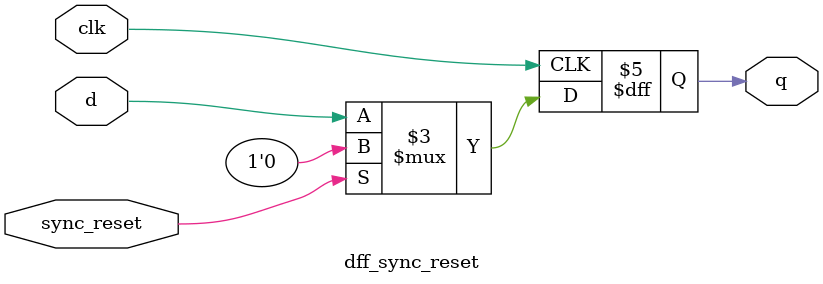
<source format=v>
module dff_sync_reset ( 
	input 		clk ,  
	input 		sync_reset , 
	input 		d , 
	output 	reg 	q 
);

always @ (posedge clk )
begin
	if (sync_reset)
		q <= 1'b0;
	else	
		q <= d;
end

endmodule

</source>
